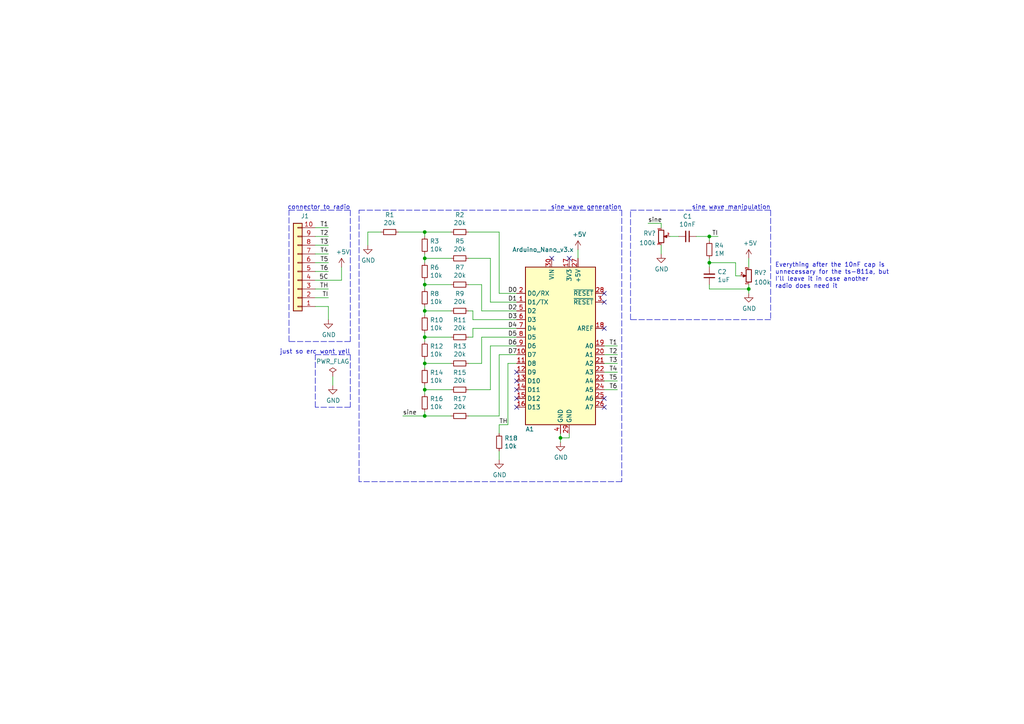
<source format=kicad_sch>
(kicad_sch (version 20211123) (generator eeschema)
  (paper "A4")
  (title_block (title "tu-5 Replacement") (date "2021-09-24") (rev "v1") (company "jared jackson") (comment 1 "ctcss tone encoder for kenwood ts-811a"))
  (lib_symbols
    (symbol "Connector_Generic:Conn_01x10" (pin_names (offset 1.016) hide)
      (property "Reference" "J" (at 0 12.7 0))
      (property "Value" "Conn_01x10" (at 0 -15.24 0))
      (symbol "Conn_01x10_1_1"
        (rectangle (start -1.27 -12.573) (end 0 -12.827) (stroke (width 0.1524)))
        (rectangle (start -1.27 -10.033) (end 0 -10.287) (stroke (width 0.1524)))
        (rectangle (start -1.27 -7.493) (end 0 -7.747) (stroke (width 0.1524)))
        (rectangle (start -1.27 -4.953) (end 0 -5.207) (stroke (width 0.1524)))
        (rectangle (start -1.27 -2.413) (end 0 -2.667) (stroke (width 0.1524)))
        (rectangle (start -1.27 0.127) (end 0 -0.127) (stroke (width 0.1524)))
        (rectangle (start -1.27 2.667) (end 0 2.413) (stroke (width 0.1524)))
        (rectangle (start -1.27 5.207) (end 0 4.953) (stroke (width 0.1524)))
        (rectangle (start -1.27 7.747) (end 0 7.493) (stroke (width 0.1524)))
        (rectangle (start -1.27 10.287) (end 0 10.033) (stroke (width 0.1524)))
        (rectangle (start -1.27 11.43) (end 1.27 -13.97) (stroke (width 0.254)) (fill (type background)))
        (pin passive line (at -5.08 10.16 0) (length 3.81) (name "Pin_1") (number "1"))
        (pin passive line (at -5.08 -12.7 0) (length 3.81) (name "Pin_10") (number "10"))
        (pin passive line (at -5.08 7.62 0) (length 3.81) (name "Pin_2") (number "2"))
        (pin passive line (at -5.08 5.08 0) (length 3.81) (name "Pin_3") (number "3"))
        (pin passive line (at -5.08 2.54 0) (length 3.81) (name "Pin_4") (number "4"))
        (pin passive line (at -5.08 0 0) (length 3.81) (name "Pin_5") (number "5"))
        (pin passive line (at -5.08 -2.54 0) (length 3.81) (name "Pin_6") (number "6"))
        (pin passive line (at -5.08 -5.08 0) (length 3.81) (name "Pin_7") (number "7"))
        (pin passive line (at -5.08 -7.62 0) (length 3.81) (name "Pin_8") (number "8"))
        (pin passive line (at -5.08 -10.16 0) (length 3.81) (name "Pin_9") (number "9"))
      )
    )
    (symbol "Device:C_Small" (pin_numbers hide) (pin_names (offset 0.254) hide)
      (property "Reference" "C" (at 0.254 1.778 0))
      (property "Value" "C_Small" (at 0.254 -2.032 0))
      (symbol "C_Small_0_1"
        (polyline (pts (xy -1.524 -0.508) (xy 1.524 -0.508)) (stroke (width 0.3302)))
        (polyline (pts (xy -1.524 0.508) (xy 1.524 0.508)) (stroke (width 0.3048)))
      )
      (symbol "C_Small_1_1"
        (pin passive line (at 0 2.54 270) (length 2.032) (name "~") (number "1"))
        (pin passive line (at 0 -2.54 90) (length 2.032) (name "~") (number "2"))
      )
    )
    (symbol "Device:R_Potentiometer_Small" (pin_names (offset 1.016) hide)
      (property "Reference" "RV" (at -4.445 0 90))
      (property "Value" "R_Potentiometer_Small" (at -2.54 0 90))
      (symbol "R_Potentiometer_Small_0_1"
        (polyline (pts (xy 0.889 0) (xy 0.635 0) (xy 1.651 0.381) (xy 1.651 -0.381) (xy 0.635 0) (xy 0.889 0)) (fill (type outline)))
        (rectangle (start 0.762 1.8034) (end -0.762 -1.8034) (stroke (width 0.254)))
      )
      (symbol "R_Potentiometer_Small_1_1"
        (pin passive line (at 0 2.54 270) (length 0.635) (name "1") (number "1"))
        (pin passive line (at 2.54 0 180) (length 0.9906) (name "2") (number "2"))
        (pin passive line (at 0 -2.54 90) (length 0.635) (name "3") (number "3"))
      )
    )
    (symbol "Device:R_Small" (pin_numbers hide) (pin_names (offset 0.254) hide)
      (property "Reference" "R" (at 0.762 0.508 0))
      (property "Value" "R_Small" (at 0.762 -1.016 0))
      (symbol "R_Small_0_1"
        (rectangle (start -0.762 1.778) (end 0.762 -1.778) (stroke (width 0.2032)))
      )
      (symbol "R_Small_1_1"
        (pin passive line (at 0 2.54 270) (length 0.762) (name "~") (number "1"))
        (pin passive line (at 0 -2.54 90) (length 0.762) (name "~") (number "2"))
      )
    )
    (symbol "MCU_Module:Arduino_Nano_v3.x"
      (property "Reference" "A" (at -10.16 23.495 0))
      (property "Value" "Arduino_Nano_v3.x" (at 5.08 -24.13 0))
      (symbol "Arduino_Nano_v3.x_0_1"
        (rectangle (start -10.16 22.86) (end 10.16 -22.86) (stroke (width 0.254)) (fill (type background)))
      )
      (symbol "Arduino_Nano_v3.x_1_1"
        (pin bidirectional line (at -12.7 12.7 0) (length 2.54) (name "D1/TX") (number "1"))
        (pin bidirectional line (at -12.7 -2.54 0) (length 2.54) (name "D7") (number "10"))
        (pin bidirectional line (at -12.7 -5.08 0) (length 2.54) (name "D8") (number "11"))
        (pin bidirectional line (at -12.7 -7.62 0) (length 2.54) (name "D9") (number "12"))
        (pin bidirectional line (at -12.7 -10.16 0) (length 2.54) (name "D10") (number "13"))
        (pin bidirectional line (at -12.7 -12.7 0) (length 2.54) (name "D11") (number "14"))
        (pin bidirectional line (at -12.7 -15.24 0) (length 2.54) (name "D12") (number "15"))
        (pin bidirectional line (at -12.7 -17.78 0) (length 2.54) (name "D13") (number "16"))
        (pin power_out line (at 2.54 25.4 270) (length 2.54) (name "3V3") (number "17"))
        (pin input line (at 12.7 5.08 180) (length 2.54) (name "AREF") (number "18"))
        (pin bidirectional line (at 12.7 0 180) (length 2.54) (name "A0") (number "19"))
        (pin bidirectional line (at -12.7 15.24 0) (length 2.54) (name "D0/RX") (number "2"))
        (pin bidirectional line (at 12.7 -2.54 180) (length 2.54) (name "A1") (number "20"))
        (pin bidirectional line (at 12.7 -5.08 180) (length 2.54) (name "A2") (number "21"))
        (pin bidirectional line (at 12.7 -7.62 180) (length 2.54) (name "A3") (number "22"))
        (pin bidirectional line (at 12.7 -10.16 180) (length 2.54) (name "A4") (number "23"))
        (pin bidirectional line (at 12.7 -12.7 180) (length 2.54) (name "A5") (number "24"))
        (pin bidirectional line (at 12.7 -15.24 180) (length 2.54) (name "A6") (number "25"))
        (pin bidirectional line (at 12.7 -17.78 180) (length 2.54) (name "A7") (number "26"))
        (pin power_out line (at 5.08 25.4 270) (length 2.54) (name "+5V") (number "27"))
        (pin input line (at 12.7 15.24 180) (length 2.54) (name "~{RESET}") (number "28"))
        (pin power_in line (at 2.54 -25.4 90) (length 2.54) (name "GND") (number "29"))
        (pin input line (at 12.7 12.7 180) (length 2.54) (name "~{RESET}") (number "3"))
        (pin power_in line (at -2.54 25.4 270) (length 2.54) (name "VIN") (number "30"))
        (pin power_in line (at 0 -25.4 90) (length 2.54) (name "GND") (number "4"))
        (pin bidirectional line (at -12.7 10.16 0) (length 2.54) (name "D2") (number "5"))
        (pin bidirectional line (at -12.7 7.62 0) (length 2.54) (name "D3") (number "6"))
        (pin bidirectional line (at -12.7 5.08 0) (length 2.54) (name "D4") (number "7"))
        (pin bidirectional line (at -12.7 2.54 0) (length 2.54) (name "D5") (number "8"))
        (pin bidirectional line (at -12.7 0 0) (length 2.54) (name "D6") (number "9"))
      )
    )
    (symbol "power:+5V" (power) (pin_names (offset 0))
      (property "Value" "+5V" (at 0 3.556 0))
      (symbol "+5V_0_1"
        (polyline (pts (xy -0.762 1.27) (xy 0 2.54)))
        (polyline (pts (xy 0 0) (xy 0 2.54)))
        (polyline (pts (xy 0 2.54) (xy 0.762 1.27)))
      )
      (symbol "+5V_1_1"
        (pin power_in line (at 0 0 90) (length 0) hide (name "+5V") (number "1"))
      )
    )
    (symbol "power:GND" (power) (pin_names (offset 0))
      (property "Value" "GND" (at 0 -3.81 0))
      (symbol "GND_0_1"
        (polyline (pts (xy 0 0) (xy 0 -1.27) (xy 1.27 -1.27) (xy 0 -2.54) (xy -1.27 -1.27) (xy 0 -1.27)))
      )
      (symbol "GND_1_1"
        (pin power_in line (at 0 0 270) (length 0) hide (name "GND") (number "1"))
      )
    )
    (symbol "power:PWR_FLAG" (power) (pin_numbers hide) (pin_names (offset 0) hide)
      (property "Value" "PWR_FLAG" (at 0 3.81 0))
      (symbol "PWR_FLAG_0_0"
        (pin power_out line (at 0 0 90) (length 0) (name "pwr") (number "1"))
      )
      (symbol "PWR_FLAG_0_1"
        (polyline (pts (xy 0 0) (xy 0 1.27) (xy -1.016 1.905) (xy 0 2.54) (xy 1.016 1.905) (xy 0 1.27)))
      )
    )
  )
  (junction (at 123.19 105.41))
  (junction (at 162.56 127))
  (junction (at 123.19 113.03))
  (junction (at 123.19 74.93))
  (junction (at 123.19 97.79))
  (junction (at 123.19 120.65))
  (junction (at 123.19 90.17))
  (junction (at 205.74 68.58))
  (junction (at 217.17 83.82))
  (junction (at 123.19 67.31))
  (junction (at 123.19 82.55))
  (junction (at 205.74 76.2))
  (no_connect (at 175.26 118.11))
  (no_connect (at 149.86 118.11))
  (no_connect (at 149.86 113.03))
  (no_connect (at 160.02 74.93))
  (no_connect (at 165.1 74.93))
  (no_connect (at 149.86 107.95))
  (no_connect (at 175.26 87.63))
  (no_connect (at 175.26 85.09))
  (no_connect (at 149.86 115.57))
  (no_connect (at 175.26 95.25))
  (no_connect (at 175.26 115.57))
  (no_connect (at 149.86 110.49))
  (wire (pts (xy 123.19 74.93) (xy 123.19 73.66)))
  (wire (pts (xy 91.44 86.36) (xy 95.25 86.36)))
  (polyline (pts (xy 104.14 60.96) (xy 180.34 60.96)))
  (wire (pts (xy 123.19 91.44) (xy 123.19 90.17)))
  (wire (pts (xy 147.32 105.41) (xy 147.32 123.19)))
  (polyline (pts (xy 101.6 60.96) (xy 101.6 99.06)))
  (wire (pts (xy 123.19 67.31) (xy 130.81 67.31)))
  (wire (pts (xy 91.44 71.12) (xy 95.25 71.12)))
  (wire (pts (xy 217.17 82.55) (xy 217.17 83.82)))
  (polyline (pts (xy 101.6 99.06) (xy 83.82 99.06)))
  (wire (pts (xy 162.56 127) (xy 165.1 127)))
  (polyline (pts (xy 180.34 60.96) (xy 180.34 139.7)))
  (wire (pts (xy 110.49 67.31) (xy 106.68 67.31)))
  (wire (pts (xy 99.06 81.28) (xy 99.06 77.47)))
  (wire (pts (xy 142.24 100.33) (xy 142.24 113.03)))
  (wire (pts (xy 205.74 68.58) (xy 208.28 68.58)))
  (wire (pts (xy 91.44 73.66) (xy 95.25 73.66)))
  (wire (pts (xy 95.25 88.9) (xy 95.25 92.71)))
  (wire (pts (xy 91.44 81.28) (xy 99.06 81.28)))
  (wire (pts (xy 91.44 88.9) (xy 95.25 88.9)))
  (wire (pts (xy 144.78 85.09) (xy 149.86 85.09)))
  (polyline (pts (xy 83.82 99.06) (xy 83.82 60.96)))
  (wire (pts (xy 123.19 120.65) (xy 123.19 119.38)))
  (wire (pts (xy 217.17 74.93) (xy 217.17 77.47)))
  (wire (pts (xy 139.7 90.17) (xy 139.7 82.55)))
  (wire (pts (xy 144.78 133.35) (xy 144.78 130.81)))
  (wire (pts (xy 147.32 123.19) (xy 144.78 123.19)))
  (wire (pts (xy 144.78 102.87) (xy 144.78 120.65)))
  (polyline (pts (xy 101.6 118.11) (xy 91.44 118.11)))
  (wire (pts (xy 205.74 76.2) (xy 213.36 76.2)))
  (wire (pts (xy 91.44 68.58) (xy 95.25 68.58)))
  (wire (pts (xy 123.19 113.03) (xy 123.19 111.76)))
  (wire (pts (xy 139.7 97.79) (xy 139.7 105.41)))
  (wire (pts (xy 137.16 92.71) (xy 137.16 90.17)))
  (polyline (pts (xy 180.34 139.7) (xy 104.14 139.7)))
  (wire (pts (xy 123.19 83.82) (xy 123.19 82.55)))
  (wire (pts (xy 139.7 82.55) (xy 135.89 82.55)))
  (wire (pts (xy 142.24 74.93) (xy 135.89 74.93)))
  (wire (pts (xy 123.19 106.68) (xy 123.19 105.41)))
  (wire (pts (xy 205.74 77.47) (xy 205.74 76.2)))
  (wire (pts (xy 130.81 97.79) (xy 123.19 97.79)))
  (polyline (pts (xy 182.88 92.71) (xy 182.88 60.96)))
  (wire (pts (xy 91.44 76.2) (xy 95.25 76.2)))
  (wire (pts (xy 130.81 120.65) (xy 123.19 120.65)))
  (wire (pts (xy 137.16 95.25) (xy 137.16 97.79)))
  (polyline (pts (xy 223.52 92.71) (xy 182.88 92.71)))
  (wire (pts (xy 130.81 113.03) (xy 123.19 113.03)))
  (wire (pts (xy 175.26 105.41) (xy 179.07 105.41)))
  (wire (pts (xy 175.26 100.33) (xy 179.07 100.33)))
  (wire (pts (xy 137.16 97.79) (xy 135.89 97.79)))
  (wire (pts (xy 123.19 120.65) (xy 116.84 120.65)))
  (wire (pts (xy 205.74 82.55) (xy 205.74 83.82)))
  (wire (pts (xy 191.77 64.77) (xy 187.96 64.77)))
  (wire (pts (xy 123.19 114.3) (xy 123.19 113.03)))
  (wire (pts (xy 91.44 83.82) (xy 95.25 83.82)))
  (wire (pts (xy 123.19 99.06) (xy 123.19 97.79)))
  (wire (pts (xy 213.36 80.01) (xy 214.63 80.01)))
  (wire (pts (xy 123.19 67.31) (xy 123.19 68.58)))
  (wire (pts (xy 162.56 125.73) (xy 162.56 127)))
  (wire (pts (xy 162.56 127) (xy 162.56 128.27)))
  (polyline (pts (xy 83.82 60.96) (xy 101.6 60.96)))
  (wire (pts (xy 144.78 120.65) (xy 135.89 120.65)))
  (polyline (pts (xy 101.6 102.87) (xy 101.6 118.11)))
  (wire (pts (xy 144.78 123.19) (xy 144.78 125.73)))
  (wire (pts (xy 91.44 78.74) (xy 95.25 78.74)))
  (wire (pts (xy 123.19 97.79) (xy 123.19 96.52)))
  (wire (pts (xy 175.26 107.95) (xy 179.07 107.95)))
  (polyline (pts (xy 223.52 60.96) (xy 223.52 92.71)))
  (wire (pts (xy 130.81 90.17) (xy 123.19 90.17)))
  (wire (pts (xy 175.26 113.03) (xy 179.07 113.03)))
  (wire (pts (xy 91.44 66.04) (xy 95.25 66.04)))
  (wire (pts (xy 144.78 85.09) (xy 144.78 67.31)))
  (wire (pts (xy 144.78 67.31) (xy 135.89 67.31)))
  (wire (pts (xy 194.31 68.58) (xy 196.85 68.58)))
  (wire (pts (xy 191.77 66.04) (xy 191.77 64.77)))
  (wire (pts (xy 142.24 87.63) (xy 142.24 74.93)))
  (wire (pts (xy 149.86 105.41) (xy 147.32 105.41)))
  (wire (pts (xy 167.64 74.93) (xy 167.64 72.39)))
  (wire (pts (xy 123.19 90.17) (xy 123.19 88.9)))
  (wire (pts (xy 175.26 110.49) (xy 179.07 110.49)))
  (wire (pts (xy 130.81 105.41) (xy 123.19 105.41)))
  (wire (pts (xy 144.78 102.87) (xy 149.86 102.87)))
  (wire (pts (xy 142.24 100.33) (xy 149.86 100.33)))
  (wire (pts (xy 123.19 82.55) (xy 123.19 81.28)))
  (wire (pts (xy 213.36 76.2) (xy 213.36 80.01)))
  (wire (pts (xy 123.19 105.41) (xy 123.19 104.14)))
  (wire (pts (xy 217.17 83.82) (xy 217.17 85.09)))
  (wire (pts (xy 191.77 71.12) (xy 191.77 73.66)))
  (wire (pts (xy 217.17 83.82) (xy 205.74 83.82)))
  (wire (pts (xy 137.16 95.25) (xy 149.86 95.25)))
  (polyline (pts (xy 182.88 60.96) (xy 223.52 60.96)))
  (polyline (pts (xy 104.14 139.7) (xy 104.14 60.96)))
  (wire (pts (xy 201.93 68.58) (xy 205.74 68.58)))
  (wire (pts (xy 123.19 76.2) (xy 123.19 74.93)))
  (wire (pts (xy 139.7 105.41) (xy 135.89 105.41)))
  (wire (pts (xy 106.68 67.31) (xy 106.68 71.12)))
  (wire (pts (xy 139.7 90.17) (xy 149.86 90.17)))
  (polyline (pts (xy 91.44 118.11) (xy 91.44 102.87)))
  (wire (pts (xy 142.24 87.63) (xy 149.86 87.63)))
  (wire (pts (xy 175.26 102.87) (xy 179.07 102.87)))
  (wire (pts (xy 137.16 92.71) (xy 149.86 92.71)))
  (wire (pts (xy 142.24 113.03) (xy 135.89 113.03)))
  (wire (pts (xy 165.1 127) (xy 165.1 125.73)))
  (wire (pts (xy 205.74 76.2) (xy 205.74 74.93)))
  (wire (pts (xy 205.74 68.58) (xy 205.74 69.85)))
  (wire (pts (xy 137.16 90.17) (xy 135.89 90.17)))
  (wire (pts (xy 139.7 97.79) (xy 149.86 97.79)))
  (wire (pts (xy 130.81 82.55) (xy 123.19 82.55)))
  (polyline (pts (xy 91.44 102.87) (xy 101.6 102.87)))
  (wire (pts (xy 130.81 74.93) (xy 123.19 74.93)))
  (wire (pts (xy 96.52 109.22) (xy 96.52 111.76)))
  (wire (pts (xy 115.57 67.31) (xy 123.19 67.31)))
  (text "sine wave generation" (at 180.34 60.96 180) (effects (font (size 1.27 1.27)) (justify right bottom)))
  (text "just so erc wont yell" (at 101.6 102.87 180) (effects (font (size 1.27 1.27)) (justify right bottom)))
  (text "Everything after the ${00000000-0000-0000-0000-00006156584c:VALUE} cap is\nunnecessary for the ts-811a, but\nI'll leave it in case another\nradio does need it" (at 224.79 83.82 0) (effects (font (size 1.27 1.27)) (justify left bottom)))
  (text "connector to radio" (at 101.6 60.96 180) (effects (font (size 1.27 1.27)) (justify right bottom)))
  (text "sine wave manipulation" (at 223.52 60.96 180) (effects (font (size 1.27 1.27)) (justify right bottom)))
  (label "T6" (at 179.07 113.03 180))
  (label "TI" (at 95.25 86.36 180))
  (label "TH" (at 144.78 123.19 0))
  (label "D1" (at 147.32 87.63 0))
  (label "T5" (at 95.25 76.2 180))
  (label "D0" (at 147.32 85.09 0))
  (label "D5" (at 147.32 97.79 0))
  (label "T1" (at 179.07 100.33 180))
  (label "TI" (at 208.28 68.58 180))
  (label "D6" (at 147.32 100.33 0))
  (label "D3" (at 147.32 92.71 0))
  (label "T4" (at 179.07 107.95 180))
  (label "T6" (at 95.25 78.74 180))
  (label "D4" (at 147.32 95.25 0))
  (label "T2" (at 95.25 68.58 180))
  (label "D7" (at 147.32 102.87 0))
  (label "5C" (at 95.25 81.28 180))
  (label "T2" (at 179.07 102.87 180))
  (label "T3" (at 95.25 71.12 180))
  (label "T1" (at 95.25 66.04 180))
  (label "TH" (at 95.25 83.82 180))
  (label "sine" (at 187.96 64.77 0))
  (label "sine" (at 116.84 120.65 0))
  (label "T3" (at 179.07 105.41 180))
  (label "T4" (at 95.25 73.66 180))
  (label "D2" (at 147.32 90.17 0))
  (label "T5" (at 179.07 110.49 180))
  (symbol (lib_id "MCU_Module:Arduino_Nano_v3.x") (at 162.56 100.33 0) (unit 1)
    (property "Reference" "A1" (at 153.67 124.46 0))
    (property "Value" "Arduino_Nano_v3.x" (at 157.48 72.39 0))
    (property "Datasheet" "http://www.mouser.com/pdfdocs/Gravitech_Arduino_Nano3_0.pdf" (effects hide))
  )
  (symbol (lib_id "power:GND") (at 162.56 128.27 0) (unit 1)
    (property "Reference" "#PWR09" (effects hide))
    (property "Value" "GND" (at 162.687 132.6642 0))
  )
  (symbol (lib_id "power:+5V") (at 167.64 72.39 0) (unit 1)
    (property "Reference" "#PWR02" (effects hide))
    (property "Value" "+5V" (at 168.021 67.9958 0))
  )
  (symbol (lib_id "Device:R_Small") (at 133.35 67.31 270) (unit 1)
    (property "Reference" "R2" (at 133.35 62.3316 90))
    (property "Value" "20k" (at 133.35 64.643 90))
  )
  (symbol (lib_id "Device:R_Small") (at 133.35 74.93 270) (unit 1)
    (property "Reference" "R5" (at 133.35 69.9516 90))
    (property "Value" "20k" (at 133.35 72.263 90))
  )
  (symbol (lib_id "Device:R_Small") (at 133.35 82.55 270) (unit 1)
    (property "Reference" "R7" (at 133.35 77.5716 90))
    (property "Value" "20k" (at 133.35 79.883 90))
  )
  (symbol (lib_id "Device:R_Small") (at 133.35 90.17 270) (unit 1)
    (property "Reference" "R9" (at 133.35 85.1916 90))
    (property "Value" "20k" (at 133.35 87.503 90))
  )
  (symbol (lib_id "Device:R_Small") (at 133.35 97.79 270) (unit 1)
    (property "Reference" "R11" (at 133.35 92.8116 90))
    (property "Value" "20k" (at 133.35 95.123 90))
  )
  (symbol (lib_id "Device:R_Small") (at 133.35 105.41 270) (unit 1)
    (property "Reference" "R13" (at 133.35 100.4316 90))
    (property "Value" "20k" (at 133.35 102.743 90))
  )
  (symbol (lib_id "Device:R_Small") (at 133.35 113.03 270) (unit 1)
    (property "Reference" "R15" (at 133.35 108.0516 90))
    (property "Value" "20k" (at 133.35 110.363 90))
  )
  (symbol (lib_id "Device:R_Small") (at 133.35 120.65 270) (unit 1)
    (property "Reference" "R17" (at 133.35 115.6716 90))
    (property "Value" "20k" (at 133.35 117.983 90))
  )
  (symbol (lib_id "Device:R_Small") (at 123.19 71.12 0) (unit 1)
    (property "Reference" "R3" (at 124.6886 69.9516 0) (effects (justify left)))
    (property "Value" "10k" (at 124.6886 72.263 0) (effects (justify left)))
  )
  (symbol (lib_id "Device:R_Small") (at 113.03 67.31 270) (unit 1)
    (property "Reference" "R1" (at 113.03 62.3316 90))
    (property "Value" "20k" (at 113.03 64.643 90))
  )
  (symbol (lib_id "power:GND") (at 106.68 71.12 0) (unit 1)
    (property "Reference" "#PWR01" (effects hide))
    (property "Value" "GND" (at 106.807 75.5142 0))
  )
  (symbol (lib_id "Device:R_Small") (at 123.19 78.74 0) (unit 1)
    (property "Reference" "R6" (at 124.6886 77.5716 0) (effects (justify left)))
    (property "Value" "10k" (at 124.6886 79.883 0) (effects (justify left)))
  )
  (symbol (lib_id "Device:R_Small") (at 123.19 86.36 0) (unit 1)
    (property "Reference" "R8" (at 124.6886 85.1916 0) (effects (justify left)))
    (property "Value" "10k" (at 124.6886 87.503 0) (effects (justify left)))
  )
  (symbol (lib_id "Device:R_Small") (at 123.19 93.98 0) (unit 1)
    (property "Reference" "R10" (at 124.6886 92.8116 0) (effects (justify left)))
    (property "Value" "10k" (at 124.6886 95.123 0) (effects (justify left)))
  )
  (symbol (lib_id "Device:R_Small") (at 123.19 101.6 0) (unit 1)
    (property "Reference" "R12" (at 124.6886 100.4316 0) (effects (justify left)))
    (property "Value" "10k" (at 124.6886 102.743 0) (effects (justify left)))
  )
  (symbol (lib_id "Device:R_Small") (at 123.19 109.22 0) (unit 1)
    (property "Reference" "R14" (at 124.6886 108.0516 0) (effects (justify left)))
    (property "Value" "10k" (at 124.6886 110.363 0) (effects (justify left)))
  )
  (symbol (lib_id "Device:R_Small") (at 123.19 116.84 0) (unit 1)
    (property "Reference" "R16" (at 124.6886 115.6716 0) (effects (justify left)))
    (property "Value" "10k" (at 124.6886 117.983 0) (effects (justify left)))
  )
  (symbol (lib_id "Connector_Generic:Conn_01x10") (at 86.36 78.74 180) (unit 1)
    (property "Reference" "J1" (at 88.4428 62.6618 0))
    (property "Value" "Conn_01x10" (effects hide))
  )
  (symbol (lib_id "power:GND") (at 95.25 92.71 0) (unit 1)
    (property "Reference" "#PWR07" (effects hide))
    (property "Value" "GND" (at 95.377 97.1042 0))
  )
  (symbol (lib_id "Device:R_Small") (at 144.78 128.27 0) (unit 1)
    (property "Reference" "R18" (at 146.2786 127.1016 0) (effects (justify left)))
    (property "Value" "10k" (at 146.2786 129.413 0) (effects (justify left)))
  )
  (symbol (lib_id "power:GND") (at 144.78 133.35 0) (unit 1)
    (property "Reference" "#PWR010" (effects hide))
    (property "Value" "GND" (at 144.907 137.7442 0))
  )
  (symbol (lib_id "Device:R_Small") (at 205.74 72.39 180) (unit 1)
    (property "Reference" "R4" (at 207.2386 71.2216 0) (effects (justify right)))
    (property "Value" "1M" (at 207.2386 73.533 0) (effects (justify right)))
  )
  (symbol (lib_id "Device:C_Small") (at 199.39 68.58 270) (unit 1)
    (property "Reference" "C1" (at 199.39 62.7634 90))
    (property "Value" "10nF" (at 199.39 65.0748 90))
  )
  (symbol (lib_id "Device:C_Small") (at 205.74 80.01 180) (unit 1)
    (property "Reference" "C2" (at 208.0768 78.8416 0) (effects (justify right)))
    (property "Value" "1uF" (at 208.0768 81.153 0) (effects (justify right)))
  )
  (symbol (lib_id "power:GND") (at 217.17 85.09 0) (unit 1)
    (property "Reference" "#PWR06" (effects hide))
    (property "Value" "GND" (at 217.297 89.4842 0))
  )
  (symbol (lib_id "power:GND") (at 191.77 73.66 0) (unit 1)
    (property "Reference" "#PWR03" (effects hide))
    (property "Value" "GND" (at 191.897 78.0542 0))
  )
  (symbol (lib_id "power:+5V") (at 217.17 74.93 0) (unit 1)
    (property "Reference" "#PWR04" (effects hide))
    (property "Value" "+5V" (at 217.551 70.5358 0))
  )
  (symbol (lib_id "power:+5V") (at 99.06 77.47 0) (unit 1)
    (property "Reference" "#PWR05" (effects hide))
    (property "Value" "+5V" (at 99.441 73.0758 0))
  )
  (symbol (lib_id "power:PWR_FLAG") (at 96.52 109.22 0) (unit 1)
    (property "Reference" "#FLG01" (effects hide))
    (property "Value" "PWR_FLAG" (at 96.52 104.8258 0))
  )
  (symbol (lib_id "power:GND") (at 96.52 111.76 0) (unit 1)
    (property "Reference" "#PWR08" (effects hide))
    (property "Value" "GND" (at 96.647 116.1542 0))
  )
  (symbol (lib_id "Device:R_Potentiometer_Small") (at 191.77 68.58 0) (unit 1)
    (property "Reference" "RV?" (at 190.2461 67.6715 0) (effects (justify right)))
    (property "Value" "100k" (at 190.2461 70.4466 0) (effects (justify right)))
  )
  (symbol (lib_id "Device:R_Potentiometer_Small") (at 217.17 80.01 180) (unit 1)
    (property "Reference" "RV?" (at 218.694 79.1015 0) (effects (justify right)))
    (property "Value" "100k" (at 218.694 81.8766 0) (effects (justify right)))
  )
)
</source>
